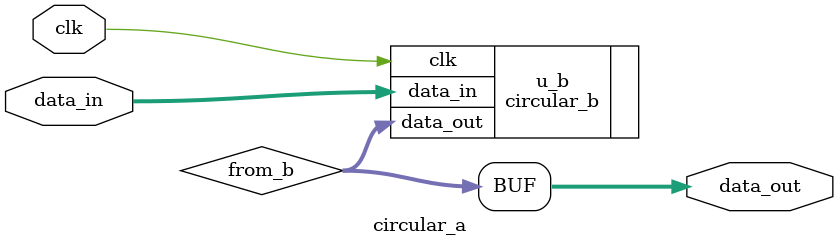
<source format=sv>

module circular_a (
  input logic clk,
  input logic [7:0] data_in,
  output logic [7:0] data_out
);
  
  logic [7:0] from_b;
  
  // This creates a circular dependency
  circular_b u_b (
    .clk(clk),
    .data_in(data_in),
    .data_out(from_b)
  );
  
  assign data_out = from_b;
  
endmodule


</source>
